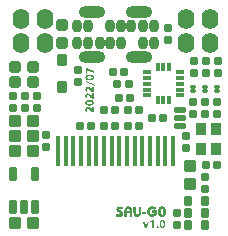
<source format=gts>
G04*
G04 #@! TF.GenerationSoftware,Altium Limited,Altium Designer,19.1.5 (86)*
G04*
G04 Layer_Color=8388736*
%FSLAX25Y25*%
%MOIN*%
G70*
G01*
G75*
%ADD34R,0.01660X0.10400*%
G04:AMPARAMS|DCode=35|XSize=27.62mil|YSize=27.62mil|CornerRadius=4.36mil|HoleSize=0mil|Usage=FLASHONLY|Rotation=270.000|XOffset=0mil|YOffset=0mil|HoleType=Round|Shape=RoundedRectangle|*
%AMROUNDEDRECTD35*
21,1,0.02762,0.01890,0,0,270.0*
21,1,0.01890,0.02762,0,0,270.0*
1,1,0.00872,-0.00945,-0.00945*
1,1,0.00872,-0.00945,0.00945*
1,1,0.00872,0.00945,0.00945*
1,1,0.00872,0.00945,-0.00945*
%
%ADD35ROUNDEDRECTD35*%
G04:AMPARAMS|DCode=36|XSize=39.43mil|YSize=35.5mil|CornerRadius=5.94mil|HoleSize=0mil|Usage=FLASHONLY|Rotation=270.000|XOffset=0mil|YOffset=0mil|HoleType=Round|Shape=RoundedRectangle|*
%AMROUNDEDRECTD36*
21,1,0.03943,0.02362,0,0,270.0*
21,1,0.02756,0.03550,0,0,270.0*
1,1,0.01187,-0.01181,-0.01378*
1,1,0.01187,-0.01181,0.01378*
1,1,0.01187,0.01181,0.01378*
1,1,0.01187,0.01181,-0.01378*
%
%ADD36ROUNDEDRECTD36*%
G04:AMPARAMS|DCode=37|XSize=27.62mil|YSize=27.62mil|CornerRadius=4.36mil|HoleSize=0mil|Usage=FLASHONLY|Rotation=180.000|XOffset=0mil|YOffset=0mil|HoleType=Round|Shape=RoundedRectangle|*
%AMROUNDEDRECTD37*
21,1,0.02762,0.01890,0,0,180.0*
21,1,0.01890,0.02762,0,0,180.0*
1,1,0.00872,-0.00945,0.00945*
1,1,0.00872,0.00945,0.00945*
1,1,0.00872,0.00945,-0.00945*
1,1,0.00872,-0.00945,-0.00945*
%
%ADD37ROUNDEDRECTD37*%
G04:AMPARAMS|DCode=38|XSize=39mil|YSize=39mil|CornerRadius=5.5mil|HoleSize=0mil|Usage=FLASHONLY|Rotation=180.000|XOffset=0mil|YOffset=0mil|HoleType=Round|Shape=RoundedRectangle|*
%AMROUNDEDRECTD38*
21,1,0.03900,0.02800,0,0,180.0*
21,1,0.02800,0.03900,0,0,180.0*
1,1,0.01100,-0.01400,0.01400*
1,1,0.01100,0.01400,0.01400*
1,1,0.01100,0.01400,-0.01400*
1,1,0.01100,-0.01400,-0.01400*
%
%ADD38ROUNDEDRECTD38*%
G04:AMPARAMS|DCode=39|XSize=27.62mil|YSize=31.56mil|CornerRadius=4.95mil|HoleSize=0mil|Usage=FLASHONLY|Rotation=0.000|XOffset=0mil|YOffset=0mil|HoleType=Round|Shape=RoundedRectangle|*
%AMROUNDEDRECTD39*
21,1,0.02762,0.02165,0,0,0.0*
21,1,0.01772,0.03156,0,0,0.0*
1,1,0.00991,0.00886,-0.01083*
1,1,0.00991,-0.00886,-0.01083*
1,1,0.00991,-0.00886,0.01083*
1,1,0.00991,0.00886,0.01083*
%
%ADD39ROUNDEDRECTD39*%
G04:AMPARAMS|DCode=40|XSize=39mil|YSize=39mil|CornerRadius=5.5mil|HoleSize=0mil|Usage=FLASHONLY|Rotation=90.000|XOffset=0mil|YOffset=0mil|HoleType=Round|Shape=RoundedRectangle|*
%AMROUNDEDRECTD40*
21,1,0.03900,0.02800,0,0,90.0*
21,1,0.02800,0.03900,0,0,90.0*
1,1,0.01100,0.01400,0.01400*
1,1,0.01100,0.01400,-0.01400*
1,1,0.01100,-0.01400,-0.01400*
1,1,0.01100,-0.01400,0.01400*
%
%ADD40ROUNDEDRECTD40*%
G04:AMPARAMS|DCode=41|XSize=39mil|YSize=39mil|CornerRadius=6.38mil|HoleSize=0mil|Usage=FLASHONLY|Rotation=180.000|XOffset=0mil|YOffset=0mil|HoleType=Round|Shape=RoundedRectangle|*
%AMROUNDEDRECTD41*
21,1,0.03900,0.02625,0,0,180.0*
21,1,0.02625,0.03900,0,0,180.0*
1,1,0.01275,-0.01313,0.01313*
1,1,0.01275,0.01313,0.01313*
1,1,0.01275,0.01313,-0.01313*
1,1,0.01275,-0.01313,-0.01313*
%
%ADD41ROUNDEDRECTD41*%
%ADD42R,0.03550X0.03943*%
G04:AMPARAMS|DCode=43|XSize=14mil|YSize=20mil|CornerRadius=4.5mil|HoleSize=0mil|Usage=FLASHONLY|Rotation=270.000|XOffset=0mil|YOffset=0mil|HoleType=Round|Shape=RoundedRectangle|*
%AMROUNDEDRECTD43*
21,1,0.01400,0.01100,0,0,270.0*
21,1,0.00500,0.02000,0,0,270.0*
1,1,0.00900,-0.00550,-0.00250*
1,1,0.00900,-0.00550,0.00250*
1,1,0.00900,0.00550,0.00250*
1,1,0.00900,0.00550,-0.00250*
%
%ADD43ROUNDEDRECTD43*%
G04:AMPARAMS|DCode=44|XSize=39mil|YSize=39mil|CornerRadius=6.38mil|HoleSize=0mil|Usage=FLASHONLY|Rotation=270.000|XOffset=0mil|YOffset=0mil|HoleType=Round|Shape=RoundedRectangle|*
%AMROUNDEDRECTD44*
21,1,0.03900,0.02625,0,0,270.0*
21,1,0.02625,0.03900,0,0,270.0*
1,1,0.01275,-0.01313,-0.01313*
1,1,0.01275,-0.01313,0.01313*
1,1,0.01275,0.01313,0.01313*
1,1,0.01275,0.01313,-0.01313*
%
%ADD44ROUNDEDRECTD44*%
%ADD45R,0.03156X0.01502*%
%ADD46R,0.01502X0.03156*%
G04:AMPARAMS|DCode=47|XSize=20mil|YSize=39mil|CornerRadius=4.4mil|HoleSize=0mil|Usage=FLASHONLY|Rotation=90.000|XOffset=0mil|YOffset=0mil|HoleType=Round|Shape=RoundedRectangle|*
%AMROUNDEDRECTD47*
21,1,0.02000,0.03020,0,0,90.0*
21,1,0.01120,0.03900,0,0,90.0*
1,1,0.00880,0.01510,0.00560*
1,1,0.00880,0.01510,-0.00560*
1,1,0.00880,-0.01510,-0.00560*
1,1,0.00880,-0.01510,0.00560*
%
%ADD47ROUNDEDRECTD47*%
G04:AMPARAMS|DCode=48|XSize=27.62mil|YSize=47.31mil|CornerRadius=7.91mil|HoleSize=0mil|Usage=FLASHONLY|Rotation=180.000|XOffset=0mil|YOffset=0mil|HoleType=Round|Shape=RoundedRectangle|*
%AMROUNDEDRECTD48*
21,1,0.02762,0.03150,0,0,180.0*
21,1,0.01181,0.04731,0,0,180.0*
1,1,0.01581,-0.00591,0.01575*
1,1,0.01581,0.00591,0.01575*
1,1,0.01581,0.00591,-0.01575*
1,1,0.01581,-0.00591,-0.01575*
%
%ADD48ROUNDEDRECTD48*%
%ADD49O,0.05518X0.06935*%
%ADD50O,0.05518X0.06935*%
%ADD51O,0.08865X0.03943*%
%ADD52O,0.03392X0.04337*%
G36*
X62420Y18599D02*
X62457Y18595D01*
X62501Y18591D01*
X62549Y18587D01*
X62653Y18571D01*
X62766Y18546D01*
X62887Y18514D01*
X63011Y18470D01*
X63015D01*
X63027Y18462D01*
X63043Y18458D01*
X63068Y18446D01*
X63096Y18430D01*
X63132Y18414D01*
X63168Y18394D01*
X63212Y18370D01*
X63305Y18313D01*
X63409Y18245D01*
X63518Y18165D01*
X63630Y18072D01*
X63060Y17473D01*
X63051Y17481D01*
X63027Y17501D01*
X62991Y17529D01*
X62947Y17566D01*
X62891Y17602D01*
X62830Y17642D01*
X62766Y17682D01*
X62698Y17714D01*
X62690Y17718D01*
X62665Y17726D01*
X62629Y17738D01*
X62585Y17754D01*
X62529Y17771D01*
X62464Y17783D01*
X62396Y17791D01*
X62328Y17795D01*
X62292D01*
X62264Y17791D01*
X62231Y17787D01*
X62191Y17779D01*
X62147Y17771D01*
X62099Y17763D01*
X61998Y17726D01*
X61942Y17706D01*
X61890Y17678D01*
X61833Y17650D01*
X61781Y17610D01*
X61729Y17570D01*
X61677Y17521D01*
X61673Y17517D01*
X61664Y17509D01*
X61652Y17493D01*
X61636Y17473D01*
X61616Y17445D01*
X61592Y17417D01*
X61572Y17377D01*
X61548Y17336D01*
X61520Y17292D01*
X61500Y17240D01*
X61476Y17184D01*
X61456Y17127D01*
X61439Y17063D01*
X61427Y16999D01*
X61419Y16926D01*
X61415Y16854D01*
Y16850D01*
Y16838D01*
Y16818D01*
X61419Y16790D01*
X61423Y16758D01*
X61427Y16717D01*
X61435Y16673D01*
X61448Y16625D01*
X61476Y16524D01*
X61500Y16468D01*
X61524Y16416D01*
X61552Y16360D01*
X61584Y16307D01*
X61624Y16255D01*
X61669Y16203D01*
X61673Y16199D01*
X61681Y16191D01*
X61693Y16179D01*
X61713Y16163D01*
X61741Y16142D01*
X61769Y16118D01*
X61805Y16098D01*
X61841Y16074D01*
X61886Y16046D01*
X61934Y16026D01*
X61986Y16002D01*
X62042Y15982D01*
X62103Y15966D01*
X62163Y15954D01*
X62231Y15946D01*
X62300Y15942D01*
X62324D01*
X62344Y15946D01*
X62368D01*
X62392Y15949D01*
X62457Y15962D01*
X62529Y15978D01*
X62605Y16002D01*
X62686Y16038D01*
X62762Y16086D01*
X62766D01*
X62770Y16094D01*
X62794Y16114D01*
X62830Y16147D01*
X62879Y16195D01*
X62927Y16255D01*
X62979Y16327D01*
X63027Y16408D01*
X63068Y16504D01*
X62235D01*
Y17256D01*
X64004D01*
Y17111D01*
Y17107D01*
Y17095D01*
Y17079D01*
Y17055D01*
Y17027D01*
X64000Y16991D01*
Y16954D01*
X63996Y16910D01*
X63992Y16818D01*
X63984Y16721D01*
X63968Y16617D01*
X63952Y16516D01*
Y16512D01*
X63948Y16504D01*
Y16492D01*
X63944Y16472D01*
X63936Y16448D01*
X63932Y16424D01*
X63916Y16360D01*
X63892Y16287D01*
X63867Y16207D01*
X63835Y16126D01*
X63799Y16046D01*
X63795Y16042D01*
X63791Y16026D01*
X63775Y16002D01*
X63759Y15974D01*
X63735Y15933D01*
X63711Y15893D01*
X63679Y15845D01*
X63642Y15793D01*
X63598Y15736D01*
X63554Y15680D01*
X63502Y15620D01*
X63449Y15564D01*
X63389Y15503D01*
X63325Y15451D01*
X63257Y15395D01*
X63184Y15347D01*
X63180Y15342D01*
X63168Y15335D01*
X63144Y15322D01*
X63116Y15306D01*
X63076Y15290D01*
X63031Y15266D01*
X62983Y15246D01*
X62927Y15222D01*
X62862Y15198D01*
X62794Y15178D01*
X62722Y15154D01*
X62645Y15137D01*
X62565Y15121D01*
X62481Y15109D01*
X62392Y15101D01*
X62304Y15097D01*
X62268D01*
X62243Y15101D01*
X62211D01*
X62171Y15105D01*
X62127Y15109D01*
X62083Y15113D01*
X61978Y15129D01*
X61861Y15154D01*
X61741Y15182D01*
X61620Y15226D01*
X61616D01*
X61608Y15234D01*
X61588Y15238D01*
X61568Y15250D01*
X61540Y15266D01*
X61508Y15282D01*
X61472Y15302D01*
X61431Y15322D01*
X61343Y15379D01*
X61247Y15443D01*
X61150Y15523D01*
X61054Y15612D01*
X61049Y15616D01*
X61041Y15624D01*
X61029Y15636D01*
X61013Y15656D01*
X60993Y15680D01*
X60969Y15708D01*
X60941Y15741D01*
X60913Y15777D01*
X60852Y15861D01*
X60792Y15958D01*
X60732Y16062D01*
X60676Y16179D01*
Y16183D01*
X60672Y16195D01*
X60664Y16211D01*
X60655Y16235D01*
X60647Y16263D01*
X60635Y16299D01*
X60623Y16340D01*
X60611Y16384D01*
X60599Y16432D01*
X60587Y16484D01*
X60567Y16597D01*
X60551Y16721D01*
X60547Y16850D01*
Y16854D01*
Y16866D01*
Y16886D01*
X60551Y16910D01*
Y16942D01*
X60555Y16979D01*
X60559Y17019D01*
X60563Y17063D01*
X60579Y17168D01*
X60603Y17276D01*
X60631Y17397D01*
X60676Y17513D01*
Y17517D01*
X60684Y17529D01*
X60688Y17546D01*
X60700Y17566D01*
X60716Y17594D01*
X60732Y17626D01*
X60752Y17662D01*
X60772Y17702D01*
X60828Y17791D01*
X60893Y17887D01*
X60969Y17988D01*
X61058Y18084D01*
X61062Y18088D01*
X61070Y18096D01*
X61082Y18108D01*
X61102Y18124D01*
X61126Y18148D01*
X61154Y18173D01*
X61186Y18197D01*
X61222Y18229D01*
X61307Y18289D01*
X61407Y18353D01*
X61516Y18414D01*
X61632Y18470D01*
X61636D01*
X61648Y18474D01*
X61664Y18482D01*
X61689Y18490D01*
X61721Y18502D01*
X61757Y18510D01*
X61797Y18522D01*
X61841Y18538D01*
X61890Y18551D01*
X61946Y18563D01*
X62063Y18583D01*
X62191Y18599D01*
X62328Y18603D01*
X62388D01*
X62420Y18599D01*
D02*
G37*
G36*
X60237Y16054D02*
X58967D01*
Y16677D01*
X60237D01*
Y16054D01*
D02*
G37*
G36*
X58573Y16541D02*
Y16532D01*
Y16512D01*
X58569Y16476D01*
Y16432D01*
X58561Y16376D01*
X58553Y16311D01*
X58545Y16239D01*
X58529Y16163D01*
X58509Y16078D01*
X58489Y15994D01*
X58457Y15905D01*
X58424Y15817D01*
X58384Y15732D01*
X58336Y15644D01*
X58284Y15564D01*
X58219Y15487D01*
X58215Y15483D01*
X58203Y15471D01*
X58183Y15451D01*
X58155Y15427D01*
X58119Y15399D01*
X58079Y15363D01*
X58026Y15330D01*
X57970Y15294D01*
X57906Y15254D01*
X57833Y15222D01*
X57757Y15190D01*
X57677Y15158D01*
X57584Y15134D01*
X57492Y15113D01*
X57391Y15101D01*
X57283Y15097D01*
X57259D01*
X57227Y15101D01*
X57186Y15105D01*
X57138Y15109D01*
X57082Y15117D01*
X57017Y15129D01*
X56949Y15146D01*
X56873Y15166D01*
X56796Y15194D01*
X56720Y15226D01*
X56644Y15262D01*
X56563Y15306D01*
X56487Y15359D01*
X56414Y15419D01*
X56346Y15487D01*
X56342Y15491D01*
X56330Y15507D01*
X56314Y15527D01*
X56290Y15560D01*
X56266Y15600D01*
X56238Y15648D01*
X56205Y15704D01*
X56173Y15769D01*
X56137Y15837D01*
X56109Y15917D01*
X56077Y16006D01*
X56053Y16098D01*
X56028Y16199D01*
X56012Y16307D01*
X56000Y16420D01*
X55996Y16541D01*
Y18542D01*
X56836D01*
Y16488D01*
Y16484D01*
Y16476D01*
Y16464D01*
Y16444D01*
X56840Y16420D01*
X56845Y16396D01*
X56853Y16335D01*
X56865Y16267D01*
X56885Y16195D01*
X56913Y16130D01*
X56949Y16070D01*
X56953Y16062D01*
X56969Y16046D01*
X56997Y16026D01*
X57033Y15998D01*
X57082Y15970D01*
X57138Y15949D01*
X57206Y15933D01*
X57283Y15925D01*
X57303D01*
X57319Y15929D01*
X57359Y15933D01*
X57407Y15946D01*
X57464Y15962D01*
X57520Y15986D01*
X57572Y16022D01*
X57620Y16070D01*
X57624Y16078D01*
X57640Y16098D01*
X57657Y16130D01*
X57681Y16179D01*
X57701Y16235D01*
X57721Y16307D01*
X57733Y16392D01*
X57737Y16488D01*
Y18542D01*
X58573D01*
Y16541D01*
D02*
G37*
G36*
X54312Y18595D02*
X54352D01*
X54400Y18587D01*
X54461Y18579D01*
X54521Y18566D01*
X54593Y18551D01*
X54666Y18530D01*
X54742Y18502D01*
X54818Y18470D01*
X54899Y18434D01*
X54975Y18386D01*
X55052Y18333D01*
X55124Y18273D01*
X55192Y18205D01*
X55196Y18201D01*
X55208Y18189D01*
X55225Y18165D01*
X55249Y18132D01*
X55277Y18096D01*
X55305Y18048D01*
X55337Y17992D01*
X55373Y17927D01*
X55405Y17855D01*
X55438Y17779D01*
X55466Y17694D01*
X55494Y17598D01*
X55518Y17501D01*
X55534Y17393D01*
X55546Y17280D01*
X55550Y17160D01*
Y15158D01*
X54710D01*
Y16412D01*
X53958D01*
Y17208D01*
X54710D01*
Y17244D01*
Y17248D01*
Y17256D01*
Y17268D01*
Y17284D01*
X54702Y17328D01*
X54694Y17385D01*
X54678Y17445D01*
X54658Y17509D01*
X54625Y17574D01*
X54585Y17630D01*
X54581Y17638D01*
X54565Y17654D01*
X54537Y17674D01*
X54501Y17702D01*
X54453Y17730D01*
X54396Y17751D01*
X54328Y17767D01*
X54256Y17775D01*
X54236D01*
X54220Y17771D01*
X54179Y17767D01*
X54131Y17754D01*
X54079Y17738D01*
X54023Y17710D01*
X53970Y17674D01*
X53922Y17626D01*
X53918Y17618D01*
X53906Y17598D01*
X53886Y17566D01*
X53866Y17517D01*
X53846Y17457D01*
X53825Y17385D01*
X53813Y17300D01*
X53809Y17200D01*
Y15158D01*
X52969D01*
Y17160D01*
Y17168D01*
Y17188D01*
X52973Y17224D01*
Y17268D01*
X52981Y17324D01*
X52989Y17389D01*
X52997Y17457D01*
X53013Y17537D01*
X53034Y17618D01*
X53054Y17702D01*
X53082Y17791D01*
X53118Y17875D01*
X53158Y17964D01*
X53202Y18048D01*
X53259Y18128D01*
X53319Y18205D01*
X53323Y18209D01*
X53335Y18221D01*
X53355Y18241D01*
X53383Y18265D01*
X53420Y18297D01*
X53464Y18329D01*
X53512Y18365D01*
X53568Y18402D01*
X53633Y18438D01*
X53705Y18474D01*
X53781Y18506D01*
X53862Y18538D01*
X53954Y18563D01*
X54047Y18583D01*
X54151Y18595D01*
X54256Y18599D01*
X54280D01*
X54312Y18595D01*
D02*
G37*
G36*
X52386Y17767D02*
X51438D01*
X51398Y17763D01*
X51357Y17759D01*
X51313Y17754D01*
X51277Y17747D01*
X51245Y17734D01*
X51241D01*
X51233Y17730D01*
X51213Y17710D01*
X51188Y17682D01*
X51180Y17658D01*
X51176Y17634D01*
Y17630D01*
Y17622D01*
X51180Y17610D01*
X51184Y17590D01*
X51200Y17549D01*
X51213Y17521D01*
X51229Y17497D01*
X51233Y17493D01*
X51241Y17485D01*
X51253Y17473D01*
X51273Y17457D01*
X51293Y17437D01*
X51325Y17413D01*
X51357Y17389D01*
X51398Y17365D01*
X52033Y16983D01*
X52037D01*
X52045Y16975D01*
X52061Y16967D01*
X52077Y16954D01*
X52101Y16938D01*
X52125Y16918D01*
X52185Y16870D01*
X52254Y16814D01*
X52322Y16746D01*
X52390Y16673D01*
X52447Y16589D01*
Y16585D01*
X52455Y16577D01*
X52459Y16565D01*
X52471Y16548D01*
X52479Y16528D01*
X52491Y16504D01*
X52519Y16444D01*
X52547Y16372D01*
X52567Y16287D01*
X52583Y16195D01*
X52591Y16098D01*
Y16094D01*
Y16086D01*
Y16074D01*
Y16058D01*
X52587Y16014D01*
X52579Y15958D01*
X52567Y15893D01*
X52547Y15821D01*
X52523Y15748D01*
X52491Y15672D01*
Y15668D01*
X52487Y15664D01*
X52475Y15640D01*
X52451Y15604D01*
X52423Y15560D01*
X52382Y15507D01*
X52338Y15455D01*
X52282Y15403D01*
X52222Y15355D01*
X52214Y15350D01*
X52197Y15338D01*
X52165Y15318D01*
X52125Y15294D01*
X52073Y15270D01*
X52017Y15246D01*
X51952Y15222D01*
X51884Y15202D01*
X51876D01*
X51864Y15198D01*
X51848Y15194D01*
X51828Y15190D01*
X51803D01*
X51771Y15186D01*
X51739Y15182D01*
X51699Y15178D01*
X51655Y15174D01*
X51603Y15170D01*
X51550Y15166D01*
X51490Y15162D01*
X51426D01*
X51357Y15158D01*
X50300D01*
Y15966D01*
X51482D01*
X51502Y15970D01*
X51526D01*
X51578Y15982D01*
X51603Y15994D01*
X51627Y16006D01*
X51631Y16010D01*
X51635Y16014D01*
X51655Y16038D01*
X51675Y16078D01*
X51679Y16102D01*
X51683Y16130D01*
Y16134D01*
Y16142D01*
X51679Y16154D01*
X51675Y16175D01*
X51667Y16195D01*
X51659Y16219D01*
X51643Y16243D01*
X51623Y16267D01*
X51619Y16271D01*
X51610Y16279D01*
X51599Y16295D01*
X51578Y16311D01*
X51554Y16335D01*
X51526Y16360D01*
X51490Y16384D01*
X51450Y16412D01*
X50798Y16806D01*
X50795D01*
X50790Y16814D01*
X50778Y16822D01*
X50762Y16830D01*
X50722Y16862D01*
X50670Y16902D01*
X50614Y16951D01*
X50553Y17015D01*
X50493Y17083D01*
X50441Y17160D01*
Y17164D01*
X50437Y17168D01*
X50429Y17180D01*
X50421Y17196D01*
X50401Y17240D01*
X50376Y17296D01*
X50352Y17365D01*
X50332Y17441D01*
X50316Y17521D01*
X50312Y17606D01*
Y17610D01*
Y17614D01*
Y17626D01*
Y17642D01*
X50316Y17686D01*
X50320Y17738D01*
X50328Y17803D01*
X50344Y17867D01*
X50360Y17939D01*
X50384Y18008D01*
Y18012D01*
X50388Y18016D01*
X50401Y18040D01*
X50417Y18072D01*
X50441Y18116D01*
X50473Y18165D01*
X50513Y18217D01*
X50557Y18269D01*
X50609Y18317D01*
X50618Y18321D01*
X50634Y18337D01*
X50666Y18358D01*
X50706Y18386D01*
X50754Y18414D01*
X50815Y18442D01*
X50879Y18466D01*
X50951Y18490D01*
X50955D01*
X50959Y18494D01*
X50971D01*
X50991Y18498D01*
X51012Y18502D01*
X51040Y18506D01*
X51072Y18510D01*
X51112Y18518D01*
X51156Y18522D01*
X51205Y18526D01*
X51257Y18530D01*
X51317Y18534D01*
X51381Y18538D01*
X51454D01*
X51530Y18542D01*
X52386D01*
Y17767D01*
D02*
G37*
G36*
X65560Y18595D02*
X65596D01*
X65640Y18591D01*
X65693Y18583D01*
X65749Y18571D01*
X65813Y18559D01*
X65877Y18542D01*
X65950Y18518D01*
X66022Y18494D01*
X66095Y18462D01*
X66167Y18426D01*
X66239Y18382D01*
X66308Y18329D01*
X66376Y18273D01*
X66380Y18269D01*
X66392Y18257D01*
X66408Y18241D01*
X66432Y18217D01*
X66456Y18185D01*
X66488Y18144D01*
X66521Y18104D01*
X66553Y18052D01*
X66585Y17996D01*
X66617Y17935D01*
X66649Y17871D01*
X66673Y17799D01*
X66698Y17726D01*
X66714Y17646D01*
X66726Y17561D01*
X66730Y17473D01*
Y16219D01*
Y16215D01*
Y16199D01*
X66726Y16175D01*
Y16138D01*
X66718Y16098D01*
X66710Y16050D01*
X66702Y15998D01*
X66685Y15942D01*
X66669Y15877D01*
X66645Y15813D01*
X66617Y15748D01*
X66581Y15680D01*
X66541Y15612D01*
X66497Y15548D01*
X66440Y15479D01*
X66380Y15419D01*
X66376Y15415D01*
X66364Y15407D01*
X66344Y15391D01*
X66316Y15371D01*
X66284Y15342D01*
X66243Y15318D01*
X66195Y15286D01*
X66139Y15258D01*
X66079Y15230D01*
X66014Y15198D01*
X65942Y15174D01*
X65865Y15149D01*
X65785Y15125D01*
X65697Y15109D01*
X65608Y15101D01*
X65512Y15097D01*
X65488D01*
X65463Y15101D01*
X65427D01*
X65379Y15105D01*
X65331Y15113D01*
X65271Y15125D01*
X65210Y15137D01*
X65142Y15154D01*
X65074Y15174D01*
X65001Y15202D01*
X64929Y15230D01*
X64856Y15266D01*
X64784Y15310D01*
X64716Y15359D01*
X64647Y15415D01*
X64643Y15419D01*
X64631Y15431D01*
X64615Y15447D01*
X64595Y15471D01*
X64567Y15503D01*
X64539Y15543D01*
X64507Y15588D01*
X64478Y15636D01*
X64446Y15692D01*
X64414Y15753D01*
X64386Y15817D01*
X64358Y15889D01*
X64338Y15966D01*
X64322Y16046D01*
X64310Y16130D01*
X64306Y16219D01*
Y17473D01*
Y17477D01*
Y17493D01*
X64310Y17521D01*
Y17553D01*
X64318Y17594D01*
X64326Y17642D01*
X64334Y17694D01*
X64350Y17754D01*
X64366Y17815D01*
X64390Y17879D01*
X64418Y17943D01*
X64450Y18012D01*
X64491Y18080D01*
X64535Y18148D01*
X64587Y18213D01*
X64647Y18273D01*
X64651Y18277D01*
X64663Y18289D01*
X64684Y18305D01*
X64708Y18325D01*
X64744Y18350D01*
X64784Y18378D01*
X64832Y18406D01*
X64885Y18438D01*
X64945Y18466D01*
X65009Y18494D01*
X65082Y18522D01*
X65158Y18546D01*
X65238Y18571D01*
X65327Y18587D01*
X65415Y18595D01*
X65512Y18599D01*
X65536D01*
X65560Y18595D01*
D02*
G37*
G36*
X40367Y64744D02*
X40386Y64731D01*
X40418Y64715D01*
X40460Y64693D01*
X40511Y64664D01*
X40568Y64632D01*
X40632Y64597D01*
X40702Y64562D01*
X40779Y64521D01*
X40855Y64479D01*
X41015Y64397D01*
X41174Y64320D01*
X41251Y64282D01*
X41321Y64250D01*
X41324Y64246D01*
X41337Y64243D01*
X41356Y64234D01*
X41382Y64224D01*
X41417Y64208D01*
X41455Y64192D01*
X41497Y64176D01*
X41544Y64157D01*
X41599Y64135D01*
X41653Y64113D01*
X41774Y64071D01*
X41899Y64026D01*
X42029Y63985D01*
X42033D01*
X42045Y63982D01*
X42064Y63975D01*
X42090Y63969D01*
X42122Y63959D01*
X42157Y63950D01*
X42202Y63940D01*
X42249Y63928D01*
X42300Y63915D01*
X42355Y63902D01*
X42415Y63889D01*
X42476Y63876D01*
X42610Y63851D01*
X42747Y63829D01*
Y63216D01*
X42741D01*
X42722Y63219D01*
X42693Y63226D01*
X42654Y63232D01*
X42607Y63242D01*
X42549Y63254D01*
X42485Y63270D01*
X42412Y63286D01*
X42332Y63309D01*
X42249Y63331D01*
X42160Y63357D01*
X42064Y63382D01*
X41969Y63414D01*
X41870Y63449D01*
X41768Y63484D01*
X41666Y63526D01*
X41662D01*
X41659Y63529D01*
X41640Y63535D01*
X41611Y63548D01*
X41570Y63567D01*
X41519Y63589D01*
X41458Y63618D01*
X41388Y63650D01*
X41311Y63688D01*
X41229Y63730D01*
X41136Y63774D01*
X41037Y63826D01*
X40935Y63880D01*
X40827Y63940D01*
X40715Y64004D01*
X40600Y64071D01*
X40482Y64144D01*
Y62840D01*
X40013D01*
Y64747D01*
X40361D01*
X40364D01*
X40367Y64744D01*
D02*
G37*
G36*
X41474Y62533D02*
X41532Y62530D01*
X41599Y62524D01*
X41672Y62514D01*
X41752Y62505D01*
X41835Y62492D01*
X41924Y62476D01*
X42010Y62454D01*
X42099Y62428D01*
X42186Y62400D01*
X42268Y62364D01*
X42348Y62326D01*
X42422Y62282D01*
X42425Y62278D01*
X42438Y62269D01*
X42457Y62256D01*
X42479Y62234D01*
X42508Y62208D01*
X42540Y62176D01*
X42572Y62138D01*
X42607Y62093D01*
X42642Y62045D01*
X42674Y61988D01*
X42706Y61927D01*
X42734Y61860D01*
X42757Y61790D01*
X42776Y61714D01*
X42788Y61631D01*
X42792Y61541D01*
Y61519D01*
X42788Y61500D01*
X42785Y61478D01*
X42782Y61452D01*
X42776Y61423D01*
X42769Y61392D01*
X42750Y61318D01*
X42718Y61235D01*
X42699Y61194D01*
X42677Y61149D01*
X42651Y61104D01*
X42619Y61060D01*
X42588Y61015D01*
X42549Y60970D01*
X42505Y60926D01*
X42457Y60884D01*
X42406Y60843D01*
X42348Y60801D01*
X42285Y60763D01*
X42214Y60728D01*
X42141Y60696D01*
X42058Y60667D01*
X41972Y60642D01*
X41876Y60619D01*
X41774Y60600D01*
X41666Y60588D01*
X41551Y60581D01*
X41426Y60578D01*
X41423D01*
X41417D01*
X41407D01*
X41394D01*
X41379D01*
X41359Y60581D01*
X41308D01*
X41251Y60588D01*
X41181Y60591D01*
X41104Y60600D01*
X41024Y60610D01*
X40938Y60626D01*
X40849Y60642D01*
X40760Y60664D01*
X40667Y60690D01*
X40581Y60718D01*
X40495Y60754D01*
X40415Y60795D01*
X40342Y60840D01*
X40339Y60843D01*
X40326Y60852D01*
X40307Y60868D01*
X40284Y60887D01*
X40256Y60916D01*
X40224Y60948D01*
X40189Y60986D01*
X40154Y61031D01*
X40119Y61082D01*
X40083Y61140D01*
X40051Y61200D01*
X40023Y61270D01*
X40000Y61344D01*
X39981Y61420D01*
X39968Y61506D01*
X39965Y61596D01*
Y61618D01*
X39968Y61637D01*
X39972Y61656D01*
X39975Y61682D01*
X39981Y61711D01*
X39988Y61742D01*
X40007Y61813D01*
X40039Y61892D01*
X40058Y61937D01*
X40083Y61978D01*
X40109Y62023D01*
X40141Y62068D01*
X40176Y62109D01*
X40214Y62154D01*
X40259Y62199D01*
X40307Y62240D01*
X40361Y62278D01*
X40418Y62320D01*
X40485Y62355D01*
X40556Y62390D01*
X40632Y62422D01*
X40715Y62451D01*
X40804Y62476D01*
X40900Y62495D01*
X41005Y62514D01*
X41117Y62527D01*
X41235Y62533D01*
X41363Y62537D01*
X41366D01*
X41369D01*
X41379D01*
X41391D01*
X41410D01*
X41430D01*
X41474Y62533D01*
D02*
G37*
G36*
X43200Y59152D02*
Y58645D01*
X40013Y59966D01*
Y60482D01*
X43200Y59152D01*
D02*
G37*
G36*
X42747Y56689D02*
X42546D01*
X42543D01*
X42537D01*
X42524D01*
X42511D01*
X42492Y56693D01*
X42469D01*
X42419Y56699D01*
X42358Y56709D01*
X42291Y56721D01*
X42224Y56740D01*
X42157Y56766D01*
X42154D01*
X42147Y56769D01*
X42138Y56776D01*
X42125Y56782D01*
X42093Y56798D01*
X42048Y56823D01*
X41997Y56855D01*
X41940Y56890D01*
X41883Y56935D01*
X41825Y56983D01*
X41822Y56986D01*
X41819Y56989D01*
X41809Y56999D01*
X41796Y57008D01*
X41784Y57024D01*
X41765Y57040D01*
X41745Y57063D01*
X41723Y57088D01*
X41697Y57117D01*
X41672Y57149D01*
X41640Y57184D01*
X41608Y57222D01*
X41576Y57264D01*
X41541Y57308D01*
X41506Y57359D01*
X41468Y57410D01*
X41465Y57414D01*
X41458Y57423D01*
X41449Y57436D01*
X41436Y57455D01*
X41417Y57474D01*
X41398Y57500D01*
X41350Y57557D01*
X41296Y57618D01*
X41235Y57678D01*
X41174Y57736D01*
X41146Y57758D01*
X41117Y57780D01*
X41114D01*
X41111Y57784D01*
X41091Y57796D01*
X41059Y57815D01*
X41018Y57835D01*
X40970Y57854D01*
X40916Y57873D01*
X40859Y57886D01*
X40795Y57889D01*
X40792D01*
X40779D01*
X40760Y57886D01*
X40737Y57882D01*
X40709Y57876D01*
X40677Y57867D01*
X40645Y57854D01*
X40610Y57838D01*
X40575Y57815D01*
X40543Y57790D01*
X40511Y57758D01*
X40482Y57717D01*
X40460Y57672D01*
X40441Y57618D01*
X40428Y57554D01*
X40425Y57484D01*
Y57468D01*
X40428Y57449D01*
Y57423D01*
X40434Y57391D01*
X40441Y57356D01*
X40447Y57315D01*
X40460Y57267D01*
X40476Y57219D01*
X40492Y57165D01*
X40517Y57111D01*
X40543Y57053D01*
X40575Y56993D01*
X40613Y56932D01*
X40654Y56871D01*
X40705Y56811D01*
X40198D01*
X40195Y56814D01*
X40189Y56827D01*
X40176Y56846D01*
X40163Y56875D01*
X40144Y56906D01*
X40125Y56948D01*
X40102Y56993D01*
X40080Y57047D01*
X40061Y57101D01*
X40039Y57165D01*
X40020Y57232D01*
X40000Y57302D01*
X39988Y57375D01*
X39975Y57452D01*
X39968Y57532D01*
X39965Y57614D01*
Y57653D01*
X39968Y57682D01*
X39972Y57717D01*
X39975Y57758D01*
X39981Y57803D01*
X39991Y57851D01*
X40016Y57953D01*
X40032Y58007D01*
X40055Y58061D01*
X40077Y58115D01*
X40106Y58166D01*
X40138Y58217D01*
X40176Y58262D01*
X40179Y58265D01*
X40185Y58272D01*
X40198Y58284D01*
X40214Y58300D01*
X40236Y58316D01*
X40262Y58339D01*
X40291Y58361D01*
X40326Y58383D01*
X40367Y58406D01*
X40409Y58425D01*
X40457Y58447D01*
X40508Y58463D01*
X40565Y58479D01*
X40622Y58492D01*
X40686Y58498D01*
X40753Y58501D01*
X40756D01*
X40763D01*
X40772D01*
X40788D01*
X40804Y58498D01*
X40827D01*
X40874Y58492D01*
X40932Y58485D01*
X40996Y58473D01*
X41059Y58454D01*
X41123Y58431D01*
X41126D01*
X41130Y58428D01*
X41139Y58425D01*
X41152Y58418D01*
X41184Y58403D01*
X41225Y58380D01*
X41273Y58355D01*
X41324Y58319D01*
X41379Y58278D01*
X41433Y58233D01*
X41439Y58227D01*
X41449Y58221D01*
X41458Y58208D01*
X41471Y58195D01*
X41490Y58176D01*
X41509Y58157D01*
X41528Y58131D01*
X41554Y58106D01*
X41579Y58074D01*
X41608Y58039D01*
X41640Y58000D01*
X41672Y57962D01*
X41707Y57918D01*
X41742Y57867D01*
X41780Y57815D01*
X41784Y57812D01*
X41790Y57803D01*
X41800Y57790D01*
X41812Y57771D01*
X41828Y57749D01*
X41847Y57723D01*
X41892Y57666D01*
X41943Y57602D01*
X41994Y57541D01*
X42042Y57487D01*
X42064Y57461D01*
X42087Y57442D01*
X42090Y57439D01*
X42106Y57426D01*
X42125Y57414D01*
X42151Y57394D01*
X42179Y57379D01*
X42211Y57363D01*
X42243Y57350D01*
X42275Y57347D01*
Y58508D01*
X42747D01*
Y56689D01*
D02*
G37*
G36*
Y54460D02*
X42546D01*
X42543D01*
X42537D01*
X42524D01*
X42511D01*
X42492Y54463D01*
X42469D01*
X42419Y54469D01*
X42358Y54479D01*
X42291Y54492D01*
X42224Y54511D01*
X42157Y54536D01*
X42154D01*
X42147Y54539D01*
X42138Y54546D01*
X42125Y54552D01*
X42093Y54568D01*
X42048Y54594D01*
X41997Y54625D01*
X41940Y54661D01*
X41883Y54705D01*
X41825Y54753D01*
X41822Y54756D01*
X41819Y54760D01*
X41809Y54769D01*
X41796Y54779D01*
X41784Y54795D01*
X41765Y54811D01*
X41745Y54833D01*
X41723Y54858D01*
X41697Y54887D01*
X41672Y54919D01*
X41640Y54954D01*
X41608Y54992D01*
X41576Y55034D01*
X41541Y55079D01*
X41506Y55129D01*
X41468Y55181D01*
X41465Y55184D01*
X41458Y55193D01*
X41449Y55206D01*
X41436Y55225D01*
X41417Y55244D01*
X41398Y55270D01*
X41350Y55327D01*
X41296Y55388D01*
X41235Y55449D01*
X41174Y55506D01*
X41146Y55528D01*
X41117Y55551D01*
X41114D01*
X41111Y55554D01*
X41091Y55567D01*
X41059Y55586D01*
X41018Y55605D01*
X40970Y55624D01*
X40916Y55643D01*
X40859Y55656D01*
X40795Y55659D01*
X40792D01*
X40779D01*
X40760Y55656D01*
X40737Y55653D01*
X40709Y55646D01*
X40677Y55637D01*
X40645Y55624D01*
X40610Y55608D01*
X40575Y55586D01*
X40543Y55560D01*
X40511Y55528D01*
X40482Y55487D01*
X40460Y55442D01*
X40441Y55388D01*
X40428Y55324D01*
X40425Y55254D01*
Y55238D01*
X40428Y55219D01*
Y55193D01*
X40434Y55161D01*
X40441Y55126D01*
X40447Y55085D01*
X40460Y55037D01*
X40476Y54989D01*
X40492Y54935D01*
X40517Y54881D01*
X40543Y54823D01*
X40575Y54763D01*
X40613Y54702D01*
X40654Y54641D01*
X40705Y54581D01*
X40198D01*
X40195Y54584D01*
X40189Y54597D01*
X40176Y54616D01*
X40163Y54645D01*
X40144Y54677D01*
X40125Y54718D01*
X40102Y54763D01*
X40080Y54817D01*
X40061Y54871D01*
X40039Y54935D01*
X40020Y55002D01*
X40000Y55072D01*
X39988Y55146D01*
X39975Y55222D01*
X39968Y55302D01*
X39965Y55385D01*
Y55423D01*
X39968Y55452D01*
X39972Y55487D01*
X39975Y55528D01*
X39981Y55573D01*
X39991Y55621D01*
X40016Y55723D01*
X40032Y55777D01*
X40055Y55831D01*
X40077Y55886D01*
X40106Y55937D01*
X40138Y55988D01*
X40176Y56032D01*
X40179Y56036D01*
X40185Y56042D01*
X40198Y56055D01*
X40214Y56071D01*
X40236Y56086D01*
X40262Y56109D01*
X40291Y56131D01*
X40326Y56154D01*
X40367Y56176D01*
X40409Y56195D01*
X40457Y56217D01*
X40508Y56233D01*
X40565Y56249D01*
X40622Y56262D01*
X40686Y56268D01*
X40753Y56271D01*
X40756D01*
X40763D01*
X40772D01*
X40788D01*
X40804Y56268D01*
X40827D01*
X40874Y56262D01*
X40932Y56256D01*
X40996Y56243D01*
X41059Y56224D01*
X41123Y56201D01*
X41126D01*
X41130Y56198D01*
X41139Y56195D01*
X41152Y56189D01*
X41184Y56173D01*
X41225Y56150D01*
X41273Y56125D01*
X41324Y56090D01*
X41379Y56048D01*
X41433Y56004D01*
X41439Y55997D01*
X41449Y55991D01*
X41458Y55978D01*
X41471Y55965D01*
X41490Y55946D01*
X41509Y55927D01*
X41528Y55901D01*
X41554Y55876D01*
X41579Y55844D01*
X41608Y55809D01*
X41640Y55771D01*
X41672Y55732D01*
X41707Y55688D01*
X41742Y55637D01*
X41780Y55586D01*
X41784Y55582D01*
X41790Y55573D01*
X41800Y55560D01*
X41812Y55541D01*
X41828Y55519D01*
X41847Y55493D01*
X41892Y55436D01*
X41943Y55372D01*
X41994Y55311D01*
X42042Y55257D01*
X42064Y55232D01*
X42087Y55212D01*
X42090Y55209D01*
X42106Y55196D01*
X42125Y55184D01*
X42151Y55165D01*
X42179Y55149D01*
X42211Y55133D01*
X42243Y55120D01*
X42275Y55117D01*
Y56278D01*
X42747D01*
Y54460D01*
D02*
G37*
G36*
X41474Y54134D02*
X41532Y54131D01*
X41599Y54125D01*
X41672Y54115D01*
X41752Y54106D01*
X41835Y54093D01*
X41924Y54077D01*
X42010Y54054D01*
X42099Y54029D01*
X42186Y54000D01*
X42268Y53965D01*
X42348Y53927D01*
X42422Y53882D01*
X42425Y53879D01*
X42438Y53869D01*
X42457Y53857D01*
X42479Y53834D01*
X42508Y53809D01*
X42540Y53777D01*
X42572Y53739D01*
X42607Y53694D01*
X42642Y53646D01*
X42674Y53589D01*
X42706Y53528D01*
X42734Y53461D01*
X42757Y53391D01*
X42776Y53314D01*
X42788Y53232D01*
X42792Y53142D01*
Y53120D01*
X42788Y53101D01*
X42785Y53078D01*
X42782Y53053D01*
X42776Y53024D01*
X42769Y52992D01*
X42750Y52919D01*
X42718Y52836D01*
X42699Y52794D01*
X42677Y52750D01*
X42651Y52705D01*
X42619Y52661D01*
X42588Y52616D01*
X42549Y52571D01*
X42505Y52526D01*
X42457Y52485D01*
X42406Y52443D01*
X42348Y52402D01*
X42285Y52364D01*
X42214Y52329D01*
X42141Y52297D01*
X42058Y52268D01*
X41972Y52243D01*
X41876Y52220D01*
X41774Y52201D01*
X41666Y52188D01*
X41551Y52182D01*
X41426Y52179D01*
X41423D01*
X41417D01*
X41407D01*
X41394D01*
X41379D01*
X41359Y52182D01*
X41308D01*
X41251Y52188D01*
X41181Y52192D01*
X41104Y52201D01*
X41024Y52211D01*
X40938Y52227D01*
X40849Y52243D01*
X40760Y52265D01*
X40667Y52290D01*
X40581Y52319D01*
X40495Y52354D01*
X40415Y52396D01*
X40342Y52440D01*
X40339Y52443D01*
X40326Y52453D01*
X40307Y52469D01*
X40284Y52488D01*
X40256Y52517D01*
X40224Y52549D01*
X40189Y52587D01*
X40154Y52632D01*
X40119Y52683D01*
X40083Y52740D01*
X40051Y52801D01*
X40023Y52871D01*
X40000Y52944D01*
X39981Y53021D01*
X39968Y53107D01*
X39965Y53196D01*
Y53219D01*
X39968Y53238D01*
X39972Y53257D01*
X39975Y53282D01*
X39981Y53311D01*
X39988Y53343D01*
X40007Y53413D01*
X40039Y53493D01*
X40058Y53538D01*
X40083Y53579D01*
X40109Y53624D01*
X40141Y53668D01*
X40176Y53710D01*
X40214Y53755D01*
X40259Y53799D01*
X40307Y53841D01*
X40361Y53879D01*
X40418Y53921D01*
X40485Y53956D01*
X40556Y53991D01*
X40632Y54023D01*
X40715Y54051D01*
X40804Y54077D01*
X40900Y54096D01*
X41005Y54115D01*
X41117Y54128D01*
X41235Y54134D01*
X41363Y54137D01*
X41366D01*
X41369D01*
X41379D01*
X41391D01*
X41410D01*
X41430D01*
X41474Y54134D01*
D02*
G37*
G36*
X42747Y50000D02*
X42546D01*
X42543D01*
X42537D01*
X42524D01*
X42511D01*
X42492Y50003D01*
X42469D01*
X42419Y50010D01*
X42358Y50019D01*
X42291Y50032D01*
X42224Y50051D01*
X42157Y50077D01*
X42154D01*
X42147Y50080D01*
X42138Y50086D01*
X42125Y50093D01*
X42093Y50108D01*
X42048Y50134D01*
X41997Y50166D01*
X41940Y50201D01*
X41883Y50246D01*
X41825Y50293D01*
X41822Y50297D01*
X41819Y50300D01*
X41809Y50309D01*
X41796Y50319D01*
X41784Y50335D01*
X41765Y50351D01*
X41745Y50373D01*
X41723Y50399D01*
X41697Y50428D01*
X41672Y50459D01*
X41640Y50494D01*
X41608Y50533D01*
X41576Y50574D01*
X41541Y50619D01*
X41506Y50670D01*
X41468Y50721D01*
X41465Y50724D01*
X41458Y50734D01*
X41449Y50747D01*
X41436Y50766D01*
X41417Y50785D01*
X41398Y50810D01*
X41350Y50868D01*
X41296Y50928D01*
X41235Y50989D01*
X41174Y51046D01*
X41146Y51069D01*
X41117Y51091D01*
X41114D01*
X41111Y51094D01*
X41091Y51107D01*
X41059Y51126D01*
X41018Y51145D01*
X40970Y51164D01*
X40916Y51183D01*
X40859Y51196D01*
X40795Y51199D01*
X40792D01*
X40779D01*
X40760Y51196D01*
X40737Y51193D01*
X40709Y51187D01*
X40677Y51177D01*
X40645Y51164D01*
X40610Y51148D01*
X40575Y51126D01*
X40543Y51100D01*
X40511Y51069D01*
X40482Y51027D01*
X40460Y50982D01*
X40441Y50928D01*
X40428Y50864D01*
X40425Y50794D01*
Y50778D01*
X40428Y50759D01*
Y50734D01*
X40434Y50702D01*
X40441Y50667D01*
X40447Y50625D01*
X40460Y50577D01*
X40476Y50529D01*
X40492Y50475D01*
X40517Y50421D01*
X40543Y50364D01*
X40575Y50303D01*
X40613Y50242D01*
X40654Y50182D01*
X40705Y50121D01*
X40198D01*
X40195Y50124D01*
X40189Y50137D01*
X40176Y50156D01*
X40163Y50185D01*
X40144Y50217D01*
X40125Y50258D01*
X40102Y50303D01*
X40080Y50357D01*
X40061Y50411D01*
X40039Y50475D01*
X40020Y50542D01*
X40000Y50612D01*
X39988Y50686D01*
X39975Y50762D01*
X39968Y50842D01*
X39965Y50925D01*
Y50963D01*
X39968Y50992D01*
X39972Y51027D01*
X39975Y51069D01*
X39981Y51113D01*
X39991Y51161D01*
X40016Y51263D01*
X40032Y51318D01*
X40055Y51372D01*
X40077Y51426D01*
X40106Y51477D01*
X40138Y51528D01*
X40176Y51573D01*
X40179Y51576D01*
X40185Y51582D01*
X40198Y51595D01*
X40214Y51611D01*
X40236Y51627D01*
X40262Y51649D01*
X40291Y51672D01*
X40326Y51694D01*
X40367Y51716D01*
X40409Y51735D01*
X40457Y51758D01*
X40508Y51774D01*
X40565Y51790D01*
X40622Y51802D01*
X40686Y51809D01*
X40753Y51812D01*
X40756D01*
X40763D01*
X40772D01*
X40788D01*
X40804Y51809D01*
X40827D01*
X40874Y51802D01*
X40932Y51796D01*
X40996Y51783D01*
X41059Y51764D01*
X41123Y51742D01*
X41126D01*
X41130Y51739D01*
X41139Y51735D01*
X41152Y51729D01*
X41184Y51713D01*
X41225Y51691D01*
X41273Y51665D01*
X41324Y51630D01*
X41379Y51589D01*
X41433Y51544D01*
X41439Y51538D01*
X41449Y51531D01*
X41458Y51518D01*
X41471Y51506D01*
X41490Y51486D01*
X41509Y51467D01*
X41528Y51442D01*
X41554Y51416D01*
X41579Y51385D01*
X41608Y51349D01*
X41640Y51311D01*
X41672Y51273D01*
X41707Y51228D01*
X41742Y51177D01*
X41780Y51126D01*
X41784Y51123D01*
X41790Y51113D01*
X41800Y51100D01*
X41812Y51081D01*
X41828Y51059D01*
X41847Y51034D01*
X41892Y50976D01*
X41943Y50912D01*
X41994Y50852D01*
X42042Y50797D01*
X42064Y50772D01*
X42087Y50753D01*
X42090Y50750D01*
X42106Y50737D01*
X42125Y50724D01*
X42151Y50705D01*
X42179Y50689D01*
X42211Y50673D01*
X42243Y50660D01*
X42275Y50657D01*
Y51818D01*
X42747D01*
Y50000D01*
D02*
G37*
G36*
X60543Y11345D02*
X59899D01*
X59200Y13297D01*
X59812D01*
X60170Y12069D01*
Y12066D01*
X60173Y12059D01*
X60176Y12050D01*
X60179Y12034D01*
X60189Y11999D01*
X60202Y11951D01*
X60214Y11896D01*
X60224Y11839D01*
X60234Y11785D01*
X60237Y11731D01*
X60246D01*
Y11734D01*
Y11737D01*
X60250Y11756D01*
X60253Y11785D01*
X60259Y11823D01*
X60269Y11871D01*
X60281Y11928D01*
X60294Y11989D01*
X60313Y12056D01*
X60680Y13297D01*
X61277D01*
X60543Y11345D01*
D02*
G37*
G36*
X62814D02*
X62240D01*
Y13495D01*
X62237Y13491D01*
X62221Y13479D01*
X62199Y13463D01*
X62164Y13441D01*
X62122Y13415D01*
X62074Y13389D01*
X62017Y13361D01*
X61950Y13332D01*
X61947D01*
X61940Y13329D01*
X61931Y13326D01*
X61918Y13319D01*
X61883Y13307D01*
X61838Y13294D01*
X61787Y13278D01*
X61730Y13262D01*
X61669Y13249D01*
X61612Y13239D01*
Y13731D01*
X61618Y13734D01*
X61634Y13737D01*
X61659Y13747D01*
X61695Y13756D01*
X61736Y13772D01*
X61784Y13788D01*
X61838Y13811D01*
X61899Y13836D01*
X61962Y13862D01*
X62029Y13893D01*
X62170Y13964D01*
X62313Y14043D01*
X62451Y14139D01*
X62814D01*
Y11345D01*
D02*
G37*
G36*
X65740Y14123D02*
X65759Y14120D01*
X65784Y14117D01*
X65813Y14110D01*
X65845Y14104D01*
X65915Y14085D01*
X65995Y14053D01*
X66039Y14034D01*
X66081Y14008D01*
X66126Y13983D01*
X66170Y13951D01*
X66212Y13916D01*
X66256Y13878D01*
X66301Y13833D01*
X66342Y13785D01*
X66381Y13731D01*
X66422Y13673D01*
X66457Y13606D01*
X66492Y13536D01*
X66524Y13460D01*
X66553Y13377D01*
X66579Y13287D01*
X66598Y13192D01*
X66617Y13086D01*
X66629Y12975D01*
X66636Y12857D01*
X66639Y12729D01*
Y12726D01*
Y12723D01*
Y12713D01*
Y12700D01*
Y12681D01*
Y12662D01*
X66636Y12618D01*
X66633Y12560D01*
X66626Y12493D01*
X66617Y12420D01*
X66607Y12340D01*
X66594Y12257D01*
X66579Y12168D01*
X66556Y12082D01*
X66531Y11992D01*
X66502Y11906D01*
X66467Y11823D01*
X66429Y11743D01*
X66384Y11670D01*
X66381Y11667D01*
X66371Y11654D01*
X66358Y11635D01*
X66336Y11613D01*
X66311Y11584D01*
X66279Y11552D01*
X66240Y11520D01*
X66196Y11485D01*
X66148Y11450D01*
X66090Y11418D01*
X66030Y11386D01*
X65963Y11357D01*
X65893Y11335D01*
X65816Y11316D01*
X65733Y11303D01*
X65644Y11300D01*
X65622D01*
X65602Y11303D01*
X65580Y11306D01*
X65554Y11310D01*
X65526Y11316D01*
X65494Y11322D01*
X65421Y11342D01*
X65338Y11373D01*
X65296Y11393D01*
X65251Y11415D01*
X65207Y11440D01*
X65162Y11472D01*
X65117Y11504D01*
X65073Y11542D01*
X65028Y11587D01*
X64987Y11635D01*
X64945Y11686D01*
X64904Y11743D01*
X64865Y11807D01*
X64830Y11877D01*
X64798Y11951D01*
X64770Y12034D01*
X64744Y12120D01*
X64722Y12216D01*
X64703Y12318D01*
X64690Y12426D01*
X64684Y12541D01*
X64680Y12665D01*
Y12668D01*
Y12675D01*
Y12685D01*
Y12697D01*
Y12713D01*
X64684Y12732D01*
Y12783D01*
X64690Y12841D01*
X64693Y12911D01*
X64703Y12988D01*
X64712Y13067D01*
X64728Y13153D01*
X64744Y13243D01*
X64767Y13332D01*
X64792Y13424D01*
X64821Y13511D01*
X64856Y13597D01*
X64897Y13677D01*
X64942Y13750D01*
X64945Y13753D01*
X64955Y13766D01*
X64971Y13785D01*
X64990Y13807D01*
X65019Y13836D01*
X65051Y13868D01*
X65089Y13903D01*
X65133Y13938D01*
X65184Y13973D01*
X65242Y14008D01*
X65302Y14040D01*
X65373Y14069D01*
X65446Y14091D01*
X65523Y14110D01*
X65609Y14123D01*
X65698Y14126D01*
X65720D01*
X65740Y14123D01*
D02*
G37*
G36*
X64078Y11896D02*
X64109Y11890D01*
X64144Y11877D01*
X64186Y11865D01*
X64224Y11842D01*
X64262Y11814D01*
X64266Y11810D01*
X64279Y11798D01*
X64294Y11778D01*
X64314Y11756D01*
X64329Y11724D01*
X64346Y11686D01*
X64358Y11644D01*
X64361Y11600D01*
Y11593D01*
Y11577D01*
X64355Y11552D01*
X64349Y11520D01*
X64336Y11485D01*
X64320Y11450D01*
X64294Y11412D01*
X64262Y11380D01*
X64259Y11377D01*
X64247Y11367D01*
X64224Y11354D01*
X64196Y11342D01*
X64161Y11326D01*
X64119Y11313D01*
X64074Y11303D01*
X64020Y11300D01*
X63998D01*
X63969Y11303D01*
X63937Y11310D01*
X63899Y11319D01*
X63861Y11335D01*
X63819Y11354D01*
X63781Y11383D01*
X63778Y11386D01*
X63765Y11399D01*
X63752Y11418D01*
X63733Y11444D01*
X63717Y11472D01*
X63701Y11511D01*
X63688Y11552D01*
X63685Y11600D01*
Y11606D01*
X63688Y11622D01*
X63692Y11644D01*
X63698Y11676D01*
X63711Y11708D01*
X63727Y11747D01*
X63752Y11782D01*
X63784Y11814D01*
X63787Y11817D01*
X63803Y11826D01*
X63822Y11842D01*
X63854Y11858D01*
X63889Y11871D01*
X63931Y11887D01*
X63975Y11896D01*
X64026Y11900D01*
X64049D01*
X64078Y11896D01*
D02*
G37*
%LPC*%
G36*
X65512Y17863D02*
X65483D01*
X65451Y17855D01*
X65411Y17847D01*
X65367Y17831D01*
X65319Y17811D01*
X65271Y17779D01*
X65226Y17734D01*
X65222Y17730D01*
X65210Y17710D01*
X65190Y17682D01*
X65170Y17646D01*
X65150Y17598D01*
X65130Y17546D01*
X65118Y17481D01*
X65114Y17413D01*
Y16295D01*
Y16291D01*
Y16287D01*
Y16263D01*
X65122Y16227D01*
X65130Y16183D01*
X65142Y16134D01*
X65162Y16078D01*
X65190Y16026D01*
X65226Y15978D01*
X65230Y15974D01*
X65246Y15958D01*
X65271Y15937D01*
X65303Y15917D01*
X65347Y15893D01*
X65395Y15873D01*
X65451Y15857D01*
X65512Y15853D01*
X65520D01*
X65540Y15857D01*
X65572Y15861D01*
X65612Y15869D01*
X65660Y15885D01*
X65709Y15905D01*
X65757Y15937D01*
X65801Y15978D01*
X65805Y15982D01*
X65821Y16002D01*
X65841Y16030D01*
X65861Y16066D01*
X65886Y16110D01*
X65902Y16167D01*
X65918Y16227D01*
X65922Y16295D01*
Y17413D01*
Y17417D01*
Y17421D01*
Y17445D01*
X65914Y17481D01*
X65906Y17525D01*
X65894Y17578D01*
X65869Y17630D01*
X65841Y17686D01*
X65801Y17734D01*
X65797Y17738D01*
X65781Y17754D01*
X65757Y17775D01*
X65721Y17799D01*
X65680Y17823D01*
X65628Y17843D01*
X65572Y17859D01*
X65512Y17863D01*
D02*
G37*
G36*
X41471Y61956D02*
X41382D01*
X41379D01*
X41372D01*
X41356D01*
X41340D01*
X41318D01*
X41292Y61953D01*
X41260D01*
X41229Y61950D01*
X41155Y61943D01*
X41072Y61937D01*
X40986Y61924D01*
X40894Y61908D01*
X40801Y61886D01*
X40715Y61860D01*
X40632Y61832D01*
X40559Y61793D01*
X40524Y61771D01*
X40495Y61749D01*
X40469Y61723D01*
X40447Y61698D01*
X40431Y61669D01*
X40415Y61637D01*
X40409Y61605D01*
X40406Y61570D01*
Y61567D01*
X40409Y61551D01*
X40412Y61532D01*
X40422Y61506D01*
X40437Y61474D01*
X40460Y61439D01*
X40488Y61401D01*
X40530Y61363D01*
X40556Y61344D01*
X40584Y61325D01*
X40616Y61305D01*
X40651Y61286D01*
X40690Y61270D01*
X40731Y61251D01*
X40779Y61235D01*
X40830Y61219D01*
X40884Y61207D01*
X40945Y61194D01*
X41008Y61184D01*
X41079Y61175D01*
X41152Y61165D01*
X41235Y61159D01*
X41318Y61155D01*
X41410D01*
X41414D01*
X41420D01*
X41433D01*
X41452D01*
X41471Y61159D01*
X41497D01*
X41525D01*
X41557Y61162D01*
X41631Y61168D01*
X41710Y61178D01*
X41796Y61190D01*
X41883Y61207D01*
X41972Y61229D01*
X42058Y61254D01*
X42138Y61286D01*
X42211Y61328D01*
X42243Y61350D01*
X42272Y61372D01*
X42294Y61398D01*
X42316Y61427D01*
X42336Y61458D01*
X42348Y61490D01*
X42355Y61522D01*
X42358Y61561D01*
Y61564D01*
X42355Y61576D01*
X42351Y61596D01*
X42342Y61621D01*
X42329Y61653D01*
X42307Y61685D01*
X42275Y61720D01*
X42237Y61758D01*
X42211Y61778D01*
X42186Y61797D01*
X42154Y61813D01*
X42119Y61832D01*
X42080Y61848D01*
X42042Y61864D01*
X41994Y61880D01*
X41946Y61896D01*
X41892Y61908D01*
X41835Y61921D01*
X41771Y61931D01*
X41704Y61940D01*
X41631Y61947D01*
X41554Y61953D01*
X41471Y61956D01*
D02*
G37*
G36*
Y53557D02*
X41382D01*
X41379D01*
X41372D01*
X41356D01*
X41340D01*
X41318D01*
X41292Y53554D01*
X41260D01*
X41229Y53550D01*
X41155Y53544D01*
X41072Y53538D01*
X40986Y53525D01*
X40894Y53509D01*
X40801Y53487D01*
X40715Y53461D01*
X40632Y53432D01*
X40559Y53394D01*
X40524Y53372D01*
X40495Y53350D01*
X40469Y53324D01*
X40447Y53298D01*
X40431Y53270D01*
X40415Y53238D01*
X40409Y53206D01*
X40406Y53171D01*
Y53168D01*
X40409Y53152D01*
X40412Y53133D01*
X40422Y53107D01*
X40437Y53075D01*
X40460Y53040D01*
X40488Y53002D01*
X40530Y52964D01*
X40556Y52944D01*
X40584Y52925D01*
X40616Y52906D01*
X40651Y52887D01*
X40690Y52871D01*
X40731Y52852D01*
X40779Y52836D01*
X40830Y52820D01*
X40884Y52807D01*
X40945Y52794D01*
X41008Y52785D01*
X41079Y52775D01*
X41152Y52766D01*
X41235Y52759D01*
X41318Y52756D01*
X41410D01*
X41414D01*
X41420D01*
X41433D01*
X41452D01*
X41471Y52759D01*
X41497D01*
X41525D01*
X41557Y52763D01*
X41631Y52769D01*
X41710Y52779D01*
X41796Y52791D01*
X41883Y52807D01*
X41972Y52829D01*
X42058Y52855D01*
X42138Y52887D01*
X42211Y52928D01*
X42243Y52951D01*
X42272Y52973D01*
X42294Y52999D01*
X42316Y53027D01*
X42336Y53059D01*
X42348Y53091D01*
X42355Y53123D01*
X42358Y53161D01*
Y53164D01*
X42355Y53177D01*
X42351Y53196D01*
X42342Y53222D01*
X42329Y53254D01*
X42307Y53286D01*
X42275Y53321D01*
X42237Y53359D01*
X42211Y53378D01*
X42186Y53397D01*
X42154Y53413D01*
X42119Y53432D01*
X42080Y53448D01*
X42042Y53464D01*
X41994Y53480D01*
X41946Y53496D01*
X41892Y53509D01*
X41835Y53522D01*
X41771Y53531D01*
X41704Y53541D01*
X41631Y53547D01*
X41554Y53554D01*
X41471Y53557D01*
D02*
G37*
G36*
X65672Y13686D02*
X65669D01*
X65653Y13683D01*
X65634Y13680D01*
X65609Y13670D01*
X65577Y13654D01*
X65542Y13632D01*
X65503Y13603D01*
X65465Y13562D01*
X65446Y13536D01*
X65427Y13508D01*
X65408Y13476D01*
X65389Y13441D01*
X65373Y13402D01*
X65354Y13361D01*
X65338Y13313D01*
X65322Y13262D01*
X65309Y13208D01*
X65296Y13147D01*
X65286Y13083D01*
X65277Y13013D01*
X65267Y12940D01*
X65261Y12857D01*
X65258Y12774D01*
Y12681D01*
Y12678D01*
Y12672D01*
Y12659D01*
Y12640D01*
X65261Y12621D01*
Y12595D01*
Y12566D01*
X65264Y12535D01*
X65271Y12461D01*
X65280Y12381D01*
X65293Y12295D01*
X65309Y12209D01*
X65331Y12120D01*
X65357Y12034D01*
X65389Y11954D01*
X65430Y11881D01*
X65452Y11849D01*
X65475Y11820D01*
X65500Y11798D01*
X65529Y11775D01*
X65561Y11756D01*
X65593Y11743D01*
X65625Y11737D01*
X65663Y11734D01*
X65666D01*
X65679Y11737D01*
X65698Y11740D01*
X65724Y11750D01*
X65755Y11763D01*
X65787Y11785D01*
X65822Y11817D01*
X65861Y11855D01*
X65880Y11881D01*
X65899Y11906D01*
X65915Y11938D01*
X65934Y11973D01*
X65950Y12011D01*
X65966Y12050D01*
X65982Y12098D01*
X65998Y12145D01*
X66011Y12200D01*
X66023Y12257D01*
X66033Y12321D01*
X66043Y12388D01*
X66049Y12461D01*
X66055Y12538D01*
X66058Y12621D01*
Y12710D01*
Y12713D01*
Y12720D01*
Y12735D01*
Y12751D01*
Y12774D01*
X66055Y12799D01*
Y12831D01*
X66052Y12863D01*
X66046Y12936D01*
X66039Y13019D01*
X66027Y13105D01*
X66011Y13198D01*
X65988Y13291D01*
X65963Y13377D01*
X65934Y13460D01*
X65896Y13533D01*
X65873Y13568D01*
X65851Y13597D01*
X65826Y13622D01*
X65800Y13645D01*
X65771Y13661D01*
X65740Y13677D01*
X65708Y13683D01*
X65672Y13686D01*
D02*
G37*
%LPD*%
D34*
X58957Y36957D02*
D03*
X66634D02*
D03*
X33366D02*
D03*
X41043D02*
D03*
X69193D02*
D03*
X61516D02*
D03*
X64075D02*
D03*
X51279D02*
D03*
X53839D02*
D03*
X56398D02*
D03*
X43602D02*
D03*
X46161D02*
D03*
X48720D02*
D03*
X35925D02*
D03*
X38484D02*
D03*
X30807D02*
D03*
D35*
X70500Y16468D02*
D03*
Y12531D02*
D03*
X73500Y41969D02*
D03*
Y38032D02*
D03*
X80000Y28468D02*
D03*
Y24532D02*
D03*
X24000Y55468D02*
D03*
Y51531D02*
D03*
X20000Y55468D02*
D03*
Y51531D02*
D03*
X16000D02*
D03*
Y55468D02*
D03*
X76000Y49531D02*
D03*
Y53469D02*
D03*
X76047Y66937D02*
D03*
Y63000D02*
D03*
X80047Y66937D02*
D03*
Y63000D02*
D03*
X84047Y66937D02*
D03*
Y63000D02*
D03*
X27000Y38532D02*
D03*
Y42469D02*
D03*
X67500Y74032D02*
D03*
Y77969D02*
D03*
X37500Y63968D02*
D03*
Y60031D02*
D03*
X80000Y49531D02*
D03*
Y53469D02*
D03*
X84000Y49531D02*
D03*
Y53469D02*
D03*
D36*
X32300Y67528D02*
D03*
Y58472D02*
D03*
D37*
X65969Y48000D02*
D03*
X62032D02*
D03*
X57968Y50700D02*
D03*
X54031D02*
D03*
X83969Y32500D02*
D03*
X80032D02*
D03*
X52969Y63500D02*
D03*
X49031D02*
D03*
X54031Y45500D02*
D03*
X57968D02*
D03*
X51032Y54700D02*
D03*
X54969D02*
D03*
X50532Y59500D02*
D03*
X54469D02*
D03*
X38032Y45500D02*
D03*
X41969D02*
D03*
X46031Y50700D02*
D03*
X49968D02*
D03*
Y45500D02*
D03*
X46031D02*
D03*
D38*
X22500Y13000D02*
D03*
X16500D02*
D03*
X22500Y37000D02*
D03*
X16500D02*
D03*
X16500Y42000D02*
D03*
X22500D02*
D03*
X16500Y47000D02*
D03*
X22500D02*
D03*
D39*
X79795Y20500D02*
D03*
X74205D02*
D03*
X79795Y12500D02*
D03*
X74205D02*
D03*
X79795Y16500D02*
D03*
X74205D02*
D03*
D40*
X75000Y26000D02*
D03*
Y32000D02*
D03*
D41*
X22500Y65000D02*
D03*
X16500D02*
D03*
Y60000D02*
D03*
X22500D02*
D03*
D42*
X78441Y44346D02*
D03*
X83559D02*
D03*
X78441Y37653D02*
D03*
X83559D02*
D03*
D43*
X80000Y57000D02*
D03*
Y58500D02*
D03*
X84000Y57000D02*
D03*
Y58500D02*
D03*
X76000Y57000D02*
D03*
Y58500D02*
D03*
D44*
X32300Y79000D02*
D03*
Y73000D02*
D03*
D45*
X60488Y63437D02*
D03*
Y61468D02*
D03*
Y59500D02*
D03*
Y57531D02*
D03*
Y55563D02*
D03*
X71512D02*
D03*
Y57531D02*
D03*
Y59500D02*
D03*
Y61468D02*
D03*
Y63437D02*
D03*
D46*
X64031Y53988D02*
D03*
X66000D02*
D03*
X67968D02*
D03*
Y65012D02*
D03*
X66000D02*
D03*
X64031D02*
D03*
D47*
X71500Y48000D02*
D03*
Y45400D02*
D03*
Y50600D02*
D03*
D48*
X15760Y29512D02*
D03*
X23240D02*
D03*
Y18488D02*
D03*
X19500D02*
D03*
X15760D02*
D03*
D49*
X18583Y81063D02*
D03*
X26457D02*
D03*
Y73189D02*
D03*
X18583D02*
D03*
D50*
X81417Y81063D02*
D03*
X73543D02*
D03*
Y73189D02*
D03*
X81417D02*
D03*
D51*
X57874Y68268D02*
D03*
X42126Y83465D02*
D03*
Y68268D02*
D03*
X57874Y83465D02*
D03*
D52*
X48228Y78622D02*
D03*
X40945D02*
D03*
X37205D02*
D03*
Y73110D02*
D03*
X40945D02*
D03*
X44685D02*
D03*
X48228D02*
D03*
X62795D02*
D03*
X59055D02*
D03*
X51772D02*
D03*
X62795Y78622D02*
D03*
X59055D02*
D03*
X55315D02*
D03*
X51772D02*
D03*
M02*

</source>
